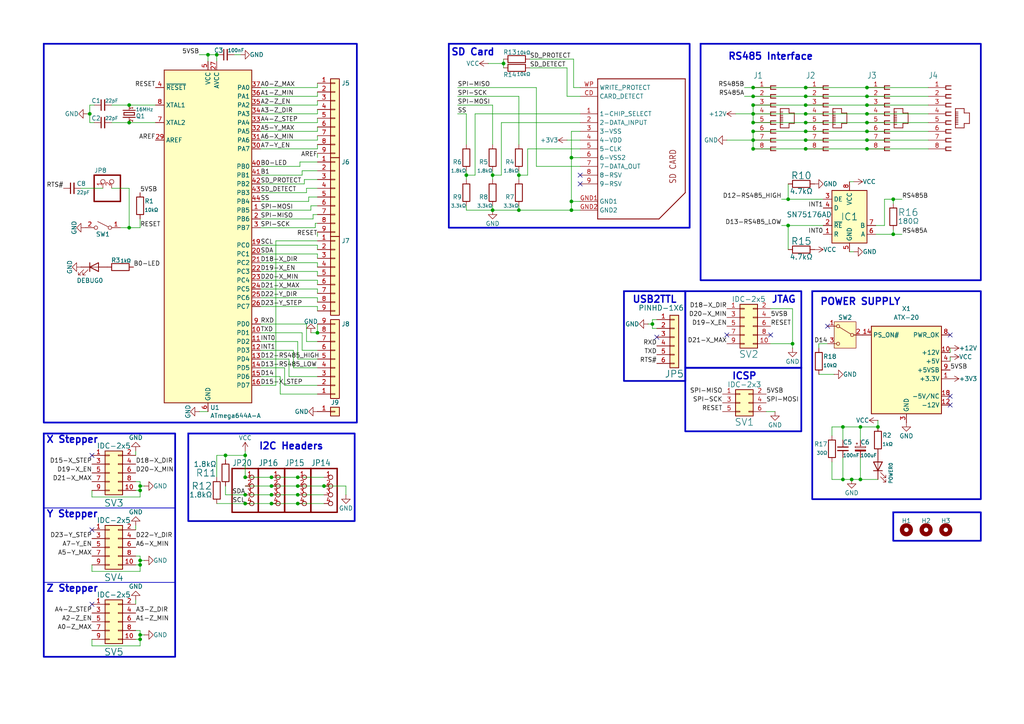
<source format=kicad_sch>
(kicad_sch (version 20231120) (generator "eeschema") (generator_version "8.0")
  (paper "A4")
  (title_block (title "RepRap Motherboard") (date "2024-09-14") (rev "1.2") (company "Originally Drawn 2009 by Zach Hoeken") (comment 1 "Updated to KiCad 8.0 by Pera, 2024") (comment 2 "https://reprap.org/wiki/Motherboard_1.2"))
  (junction (at 86.36 146.05))
  (junction (at 37.465 35.56))
  (junction (at 40.64 163.83))
  (junction (at 228.6 57.785))
  (junction (at 259.08 67.945))
  (junction (at 244.475 123.825))
  (junction (at 229.87 99.695))
  (junction (at 259.08 57.785))
  (junction (at 60.325 15.875))
  (junction (at 251.46 40.64))
  (junction (at 135.255 50.8))
  (junction (at 142.875 50.8))
  (junction (at 218.44 35.56))
  (junction (at 251.46 35.56))
  (junction (at 71.12 146.05))
  (junction (at 62.865 15.875))
  (junction (at 40.64 184.15))
  (junction (at 249.555 139.065))
  (junction (at 40.64 142.24))
  (junction (at 218.44 33.02))
  (junction (at 150.495 50.8))
  (junction (at 251.46 38.1))
  (junction (at 71.12 143.51))
  (junction (at 247.015 139.065))
  (junction (at 251.46 43.18))
  (junction (at 165.735 58.42))
  (junction (at 40.64 162.56))
  (junction (at 218.44 40.64))
  (junction (at 40.64 185.42))
  (junction (at 233.68 27.94))
  (junction (at 218.44 43.18))
  (junction (at 233.68 38.1))
  (junction (at 71.12 132.08))
  (junction (at 251.46 25.4))
  (junction (at 228.6 65.405))
  (junction (at 93.98 140.97))
  (junction (at 251.46 30.48))
  (junction (at 150.495 60.96))
  (junction (at 218.44 30.48))
  (junction (at 244.475 139.065))
  (junction (at 233.68 43.18))
  (junction (at 65.405 132.08))
  (junction (at 37.465 30.48))
  (junction (at 92.075 96.52))
  (junction (at 218.44 38.1))
  (junction (at 86.36 138.43))
  (junction (at 218.44 25.4))
  (junction (at 251.46 27.94))
  (junction (at 78.74 143.51))
  (junction (at 249.555 123.825))
  (junction (at 86.36 140.97))
  (junction (at 78.74 138.43))
  (junction (at 146.05 18.415))
  (junction (at 233.68 35.56))
  (junction (at 78.74 140.97))
  (junction (at 233.68 40.64))
  (junction (at 233.68 25.4))
  (junction (at 233.68 33.02))
  (junction (at 251.46 33.02))
  (junction (at 142.875 60.96))
  (junction (at 189.23 93.98))
  (junction (at 165.735 60.96))
  (junction (at 218.44 27.94))
  (junction (at 86.36 143.51))
  (junction (at 78.74 146.05))
  (junction (at 40.64 140.97))
  (junction (at 165.735 45.72))
  (junction (at 71.12 138.43))
  (junction (at 26.035 33.02))
  (junction (at 37.465 66.04))
  (junction (at 254.635 123.825))
  (junction (at 233.68 30.48))
  (no_connect (at 240.03 94.615))
  (no_connect (at 168.275 53.34))
  (no_connect (at 210.82 97.155))
  (no_connect (at 223.52 97.155))
  (no_connect (at 26.67 175.26))
  (no_connect (at 275.59 114.935))
  (no_connect (at 275.59 117.475))
  (no_connect (at 26.67 153.67))
  (no_connect (at 168.275 50.8))
  (no_connect (at 275.59 97.155))
  (no_connect (at 190.5 97.79))
  (no_connect (at 26.67 132.08))
  (wire (pts (xy 92.075 39.37) (xy 92.075 40.64)))
  (wire (pts (xy 142.875 60.96) (xy 150.495 60.96)))
  (wire (pts (xy 251.46 43.18) (xy 233.68 43.18)))
  (wire (pts (xy 82.55 106.68) (xy 82.55 111.76)))
  (wire (pts (xy 92.075 82.55) (xy 92.075 81.28)))
  (wire (pts (xy 91.44 66.04) (xy 75.565 66.04)))
  (wire (pts (xy 92.075 34.29) (xy 92.075 35.56)))
  (wire (pts (xy 40.64 162.56) (xy 40.64 161.29)))
  (wire (pts (xy 40.64 163.83) (xy 40.64 162.56)))
  (wire (pts (xy 75.565 101.6) (xy 85.09 101.6)))
  (wire (pts (xy 145.415 50.8) (xy 142.875 50.8)))
  (wire (pts (xy 26.035 33.02) (xy 25.4 33.02)))
  (wire (pts (xy 92.075 85.09) (xy 92.075 83.82)))
  (wire (pts (xy 93.98 140.97) (xy 100.33 140.97)))
  (wire (pts (xy 218.44 33.02) (xy 213.36 33.02)))
  (wire (pts (xy 78.74 146.05) (xy 71.12 146.05)))
  (wire (pts (xy 142.875 49.53) (xy 142.875 50.8)))
  (wire (pts (xy 86.36 140.97) (xy 93.98 140.97)))
  (wire (pts (xy 168.275 43.18) (xy 153.035 43.18)))
  (wire (pts (xy 90.17 59.69) (xy 92.075 59.69)))
  (wire (pts (xy 150.495 59.69) (xy 150.495 60.96)))
  (wire (pts (xy 78.74 138.43) (xy 71.12 138.43)))
  (wire (pts (xy 40.64 142.24) (xy 40.64 140.97)))
  (wire (pts (xy 269.24 38.1) (xy 251.46 38.1)))
  (wire (pts (xy 254.635 121.92) (xy 254.635 123.825)))
  (wire (pts (xy 65.405 140.97) (xy 65.405 143.51)))
  (wire (pts (xy 228.6 65.405) (xy 238.76 65.405)))
  (wire (pts (xy 241.3 123.825) (xy 244.475 123.825)))
  (wire (pts (xy 92.075 74.93) (xy 92.075 73.66)))
  (wire (pts (xy 92.075 43.18) (xy 75.565 43.18)))
  (wire (pts (xy 78.74 140.97) (xy 86.36 140.97)))
  (wire (pts (xy 187.96 93.98) (xy 189.23 93.98)))
  (wire (pts (xy 141.605 18.415) (xy 146.05 18.415)))
  (wire (pts (xy 27.305 35.56) (xy 26.035 35.56)))
  (wire (pts (xy 88.265 52.07) (xy 92.075 52.07)))
  (wire (pts (xy 34.925 66.04) (xy 37.465 66.04)))
  (wire (pts (xy 100.33 140.97) (xy 100.33 143.51)))
  (wire (pts (xy 90.805 62.23) (xy 92.075 62.23)))
  (wire (pts (xy 259.08 57.785) (xy 261.62 57.785)))
  (wire (pts (xy 229.87 99.695) (xy 229.87 89.535)))
  (wire (pts (xy 92.075 104.14) (xy 86.36 104.14)))
  (wire (pts (xy 37.465 30.48) (xy 45.085 30.48)))
  (wire (pts (xy 251.46 38.1) (xy 233.68 38.1)))
  (wire (pts (xy 88.265 52.07) (xy 88.265 53.34)))
  (wire (pts (xy 165.735 38.1) (xy 165.735 45.72)))
  (wire (pts (xy 233.68 30.48) (xy 251.46 30.48)))
  (wire (pts (xy 168.275 40.64) (xy 164.465 40.64)))
  (wire (pts (xy 92.075 99.06) (xy 88.9 99.06)))
  (wire (pts (xy 233.68 27.94) (xy 218.44 27.94)))
  (wire (pts (xy 166.37 17.145) (xy 166.37 25.4)))
  (wire (pts (xy 75.565 96.52) (xy 87.63 96.52)))
  (wire (pts (xy 137.795 33.02) (xy 137.795 50.8)))
  (wire (pts (xy 60.325 15.875) (xy 62.865 15.875)))
  (wire (pts (xy 86.995 46.99) (xy 92.075 46.99)))
  (wire (pts (xy 92.075 77.47) (xy 92.075 76.2)))
  (wire (pts (xy 86.995 46.99) (xy 86.995 48.26)))
  (wire (pts (xy 224.79 119.38) (xy 222.25 119.38)))
  (wire (pts (xy 90.805 63.5) (xy 75.565 63.5)))
  (wire (pts (xy 190.5 92.71) (xy 189.23 92.71)))
  (wire (pts (xy 90.805 62.23) (xy 90.805 63.5)))
  (wire (pts (xy 92.075 90.17) (xy 92.075 88.9)))
  (wire (pts (xy 146.05 17.145) (xy 146.05 18.415)))
  (wire (pts (xy 92.075 86.36) (xy 75.565 86.36)))
  (wire (pts (xy 92.075 26.67) (xy 92.075 27.94)))
  (wire (pts (xy 26.035 35.56) (xy 26.035 33.02)))
  (wire (pts (xy 142.875 30.48) (xy 142.875 41.91)))
  (wire (pts (xy 92.075 24.13) (xy 92.075 25.4)))
  (wire (pts (xy 40.64 187.325) (xy 40.64 185.42)))
  (wire (pts (xy 26.035 30.48) (xy 26.035 33.02)))
  (wire (pts (xy 218.44 30.48) (xy 233.68 30.48)))
  (wire (pts (xy 89.535 58.42) (xy 75.565 58.42)))
  (wire (pts (xy 26.67 185.42) (xy 26.67 187.325)))
  (wire (pts (xy 218.44 35.56) (xy 233.68 35.56)))
  (wire (pts (xy 92.075 36.83) (xy 92.075 38.1)))
  (wire (pts (xy 39.37 185.42) (xy 40.64 185.42)))
  (wire (pts (xy 40.64 184.15) (xy 41.91 184.15)))
  (wire (pts (xy 247.65 73.025) (xy 246.38 73.025)))
  (wire (pts (xy 218.44 38.1) (xy 218.44 40.64)))
  (wire (pts (xy 65.405 132.08) (xy 62.865 132.08)))
  (wire (pts (xy 223.52 99.695) (xy 229.87 99.695)))
  (wire (pts (xy 142.875 59.69) (xy 142.875 60.96)))
  (wire (pts (xy 259.08 57.785) (xy 259.08 59.055)))
  (wire (pts (xy 275.59 100.965) (xy 275.59 102.235)))
  (wire (pts (xy 88.9 99.06) (xy 88.9 93.98)))
  (wire (pts (xy 92.075 27.94) (xy 75.565 27.94)))
  (wire (pts (xy 23.495 54.61) (xy 29.845 54.61)))
  (wire (pts (xy 26.67 163.83) (xy 26.67 165.735)))
  (wire (pts (xy 275.59 103.505) (xy 275.59 104.775)))
  (wire (pts (xy 218.44 25.4) (xy 215.9 25.4)))
  (wire (pts (xy 256.54 57.785) (xy 259.08 57.785)))
  (wire (pts (xy 37.465 66.04) (xy 40.64 66.04)))
  (wire (pts (xy 165.735 58.42) (xy 165.735 60.96)))
  (wire (pts (xy 150.495 60.96) (xy 165.735 60.96)))
  (wire (pts (xy 249.555 123.825) (xy 254.635 123.825)))
  (wire (pts (xy 218.44 25.4) (xy 233.68 25.4)))
  (wire (pts (xy 269.24 43.18) (xy 251.46 43.18)))
  (wire (pts (xy 210.82 40.64) (xy 218.44 40.64)))
  (wire (pts (xy 226.695 57.785) (xy 228.6 57.785)))
  (wire (pts (xy 37.465 35.56) (xy 45.085 35.56)))
  (wire (pts (xy 142.875 50.8) (xy 142.875 52.07)))
  (wire (pts (xy 81.28 109.22) (xy 81.28 114.3)))
  (wire (pts (xy 233.68 40.64) (xy 251.46 40.64)))
  (wire (pts (xy 57.785 119.38) (xy 60.325 119.38)))
  (wire (pts (xy 135.255 50.8) (xy 135.255 52.07)))
  (wire (pts (xy 65.405 132.08) (xy 71.12 132.08)))
  (wire (pts (xy 26.67 187.325) (xy 40.64 187.325)))
  (wire (pts (xy 249.555 139.065) (xy 254.635 139.065)))
  (wire (pts (xy 153.035 43.18) (xy 153.035 50.8)))
  (wire (pts (xy 85.09 106.68) (xy 85.09 101.6)))
  (wire (pts (xy 92.075 93.98) (xy 92.075 96.52)))
  (wire (pts (xy 155.575 25.4) (xy 132.715 25.4)))
  (wire (pts (xy 32.385 54.61) (xy 37.465 54.61)))
  (wire (pts (xy 75.565 93.98) (xy 88.9 93.98)))
  (wire (pts (xy 150.495 27.94) (xy 132.715 27.94)))
  (wire (pts (xy 92.075 69.85) (xy 80.01 69.85)))
  (wire (pts (xy 168.275 33.02) (xy 137.795 33.02)))
  (wire (pts (xy 92.075 33.02) (xy 75.565 33.02)))
  (wire (pts (xy 92.075 45.72) (xy 92.075 44.45)))
  (wire (pts (xy 92.075 83.82) (xy 75.565 83.82)))
  (wire (pts (xy 27.305 30.48) (xy 26.035 30.48)))
  (wire (pts (xy 168.275 27.94) (xy 164.465 27.94)))
  (wire (pts (xy 39.37 173.99) (xy 39.37 175.26)))
  (wire (pts (xy 40.64 63.5) (xy 40.64 66.04)))
  (wire (pts (xy 32.385 30.48) (xy 37.465 30.48)))
  (wire (pts (xy 92.075 72.39) (xy 92.075 71.12)))
  (wire (pts (xy 86.36 143.51) (xy 78.74 143.51)))
  (wire (pts (xy 78.74 140.97) (xy 71.12 140.97)))
  (wire (pts (xy 81.28 114.3) (xy 92.075 114.3)))
  (wire (pts (xy 241.3 123.825) (xy 241.3 126.365)))
  (wire (pts (xy 233.68 43.18) (xy 218.44 43.18)))
  (wire (pts (xy 32.385 35.56) (xy 37.465 35.56)))
  (wire (pts (xy 92.075 101.6) (xy 87.63 101.6)))
  (wire (pts (xy 249.555 123.825) (xy 249.555 127.635)))
  (wire (pts (xy 228.6 57.785) (xy 238.76 57.785)))
  (wire (pts (xy 92.075 71.12) (xy 75.565 71.12)))
  (wire (pts (xy 40.64 184.15) (xy 40.64 185.42)))
  (wire (pts (xy 40.64 165.735) (xy 40.64 163.83)))
  (wire (pts (xy 91.44 64.77) (xy 92.075 64.77)))
  (wire (pts (xy 218.44 33.02) (xy 218.44 35.56)))
  (wire (pts (xy 75.565 99.06) (xy 86.36 99.06)))
  (wire (pts (xy 86.995 48.26) (xy 75.565 48.26)))
  (wire (pts (xy 247.015 139.065) (xy 249.555 139.065)))
  (wire (pts (xy 80.01 69.85) (xy 80.01 111.76)))
  (wire (pts (xy 78.74 143.51) (xy 71.12 143.51)))
  (wire (pts (xy 189.23 93.98) (xy 189.23 92.71)))
  (wire (pts (xy 251.46 27.94) (xy 233.68 27.94)))
  (wire (pts (xy 269.24 27.94) (xy 251.46 27.94)))
  (wire (pts (xy 82.55 111.76) (xy 92.075 111.76)))
  (wire (pts (xy 87.63 49.53) (xy 87.63 50.8)))
  (wire (pts (xy 168.275 38.1) (xy 165.735 38.1)))
  (wire (pts (xy 92.075 41.91) (xy 92.075 43.18)))
  (wire (pts (xy 153.035 50.8) (xy 150.495 50.8)))
  (wire (pts (xy 40.64 182.88) (xy 40.64 184.15)))
  (wire (pts (xy 135.255 49.53) (xy 135.255 50.8)))
  (wire (pts (xy 88.9 55.88) (xy 75.565 55.88)))
  (wire (pts (xy 218.44 40.64) (xy 233.68 40.64)))
  (wire (pts (xy 228.6 53.34) (xy 228.6 57.785)))
  (wire (pts (xy 40.64 140.97) (xy 41.91 140.97)))
  (wire (pts (xy 87.63 50.8) (xy 75.565 50.8)))
  (wire (pts (xy 146.05 18.415) (xy 146.05 19.685)))
  (wire (pts (xy 233.68 38.1) (xy 218.44 38.1)))
  (wire (pts (xy 90.17 60.96) (xy 75.565 60.96)))
  (wire (pts (xy 92.075 87.63) (xy 92.075 86.36)))
  (wire (pts (xy 75.565 109.22) (xy 81.28 109.22)))
  (wire (pts (xy 168.275 58.42) (xy 165.735 58.42)))
  (wire (pts (xy 137.795 50.8) (xy 135.255 50.8)))
  (wire (pts (xy 92.075 68.58) (xy 92.075 67.31)))
  (wire (pts (xy 155.575 25.4) (xy 155.575 48.26)))
  (wire (pts (xy 135.255 33.02) (xy 132.715 33.02)))
  (wire (pts (xy 251.46 35.56) (xy 269.24 35.56)))
  (wire (pts (xy 92.075 80.01) (xy 92.075 78.74)))
  (wire (pts (xy 87.63 49.53) (xy 92.075 49.53)))
  (wire (pts (xy 218.44 40.64) (xy 218.44 43.18)))
  (wire (pts (xy 40.64 144.145) (xy 40.64 142.24)))
  (wire (pts (xy 89.535 57.15) (xy 92.075 57.15)))
  (wire (pts (xy 40.64 140.97) (xy 40.64 139.7)))
  (wire (pts (xy 26.67 144.145) (xy 40.64 144.145)))
  (wire (pts (xy 88.9 54.61) (xy 92.075 54.61)))
  (wire (pts (xy 92.075 88.9) (xy 75.565 88.9)))
  (wire (pts (xy 229.87 99.695) (xy 229.87 100.965)))
  (wire (pts (xy 67.945 15.875) (xy 69.85 15.875)))
  (wire (pts (xy 92.075 38.1) (xy 75.565 38.1)))
  (wire (pts (xy 251.46 25.4) (xy 269.24 25.4)))
  (wire (pts (xy 75.565 106.68) (xy 82.55 106.68)))
  (wire (pts (xy 150.495 27.94) (xy 150.495 41.91)))
  (wire (pts (xy 40.64 182.88) (xy 39.37 182.88)))
  (wire (pts (xy 259.08 66.675) (xy 259.08 67.945)))
  (wire (pts (xy 135.255 59.69) (xy 135.255 60.96)))
  (wire (pts (xy 86.36 104.14) (xy 86.36 99.06)))
  (wire (pts (xy 256.54 65.405) (xy 254 65.405)))
  (wire (pts (xy 164.465 19.685) (xy 164.465 27.94)))
  (wire (pts (xy 86.36 146.05) (xy 78.74 146.05)))
  (wire (pts (xy 71.12 132.08) (xy 71.12 138.43)))
  (wire (pts (xy 62.865 146.05) (xy 71.12 146.05)))
  (wire (pts (xy 92.075 40.64) (xy 75.565 40.64)))
  (wire (pts (xy 237.49 99.695) (xy 237.49 100.965)))
  (wire (pts (xy 92.075 106.68) (xy 85.09 106.68)))
  (wire (pts (xy 60.325 17.78) (xy 60.325 15.875)))
  (wire (pts (xy 40.64 161.29) (xy 39.37 161.29)))
  (wire (pts (xy 92.075 81.28) (xy 75.565 81.28)))
  (wire (pts (xy 93.98 146.05) (xy 86.36 146.05)))
  (wire (pts (xy 57.785 15.875) (xy 60.325 15.875)))
  (wire (pts (xy 241.3 139.065) (xy 244.475 139.065)))
  (wire (pts (xy 71.12 132.08) (xy 71.12 130.81)))
  (wire (pts (xy 241.3 133.985) (xy 241.3 139.065)))
  (wire (pts (xy 229.87 89.535) (xy 223.52 89.535)))
  (wire (pts (xy 65.405 132.08) (xy 65.405 133.35)))
  (wire (pts (xy 93.98 138.43) (xy 86.36 138.43)))
  (wire (pts (xy 135.255 33.02) (xy 135.255 41.91)))
  (wire (pts (xy 254 67.945) (xy 259.08 67.945)))
  (wire (pts (xy 75.565 111.76) (xy 80.01 111.76)))
  (wire (pts (xy 86.36 138.43) (xy 78.74 138.43)))
  (wire (pts (xy 92.075 109.22) (xy 83.82 109.22)))
  (wire (pts (xy 26.67 142.24) (xy 26.67 144.145)))
  (wire (pts (xy 90.17 59.69) (xy 90.17 60.96)))
  (wire (pts (xy 168.275 25.4) (xy 166.37 25.4)))
  (wire (pts (xy 251.46 40.64) (xy 269.24 40.64)))
  (wire (pts (xy 92.075 31.75) (xy 92.075 33.02)))
  (wire (pts (xy 145.415 35.56) (xy 145.415 50.8)))
  (wire (pts (xy 190.5 95.25) (xy 189.23 95.25)))
  (wire (pts (xy 249.555 132.715) (xy 249.555 139.065)))
  (wire (pts (xy 88.9 54.61) (xy 88.9 55.88)))
  (wire (pts (xy 259.08 67.945) (xy 261.62 67.945)))
  (wire (pts (xy 233.68 25.4) (xy 251.46 25.4)))
  (wire (pts (xy 62.865 138.43) (xy 62.865 132.08)))
  (wire (pts (xy 244.475 132.715) (xy 244.475 139.065)))
  (wire (pts (xy 92.075 29.21) (xy 92.075 30.48)))
  (wire (pts (xy 26.67 165.735) (xy 40.64 165.735)))
  (wire (pts (xy 89.535 57.15) (xy 89.535 58.42)))
  (wire (pts (xy 87.63 101.6) (xy 87.63 96.52)))
  (wire (pts (xy 135.255 60.96) (xy 142.875 60.96)))
  (wire (pts (xy 226.695 65.405) (xy 228.6 65.405)))
  (wire (pts (xy 153.67 17.145) (xy 166.37 17.145)))
  (wire (pts (xy 153.67 19.685) (xy 164.465 19.685)))
  (wire (pts (xy 39.37 163.83) (xy 40.64 163.83)))
  (wire (pts (xy 247.015 139.065) (xy 244.475 139.065)))
  (wire (pts (xy 92.075 30.48) (xy 75.565 30.48)))
  (wire (pts (xy 168.275 48.26) (xy 155.575 48.26)))
  (wire (pts (xy 39.37 130.81) (xy 39.37 132.08)))
  (wire (pts (xy 251.46 30.48) (xy 269.24 30.48)))
  (wire (pts (xy 142.875 30.48) (xy 132.715 30.48)))
  (wire (pts (xy 39.37 142.24) (xy 40.64 142.24)))
  (wire (pts (xy 40.64 162.56) (xy 41.91 162.56)))
  (wire (pts (xy 233.68 35.56) (xy 251.46 35.56)))
  (wire (pts (xy 189.23 95.25) (xy 189.23 93.98)))
  (wire (pts (xy 165.735 45.72) (xy 165.735 58.42)))
  (wire (pts (xy 88.265 53.34) (xy 75.565 53.34)))
  (wire (pts (xy 62.865 15.875) (xy 62.865 17.78)))
  (wire (pts (xy 92.075 25.4) (xy 75.565 25.4)))
  (wire (pts (xy 75.565 104.14) (xy 83.82 104.14)))
  (wire (pts (xy 150.495 49.53) (xy 150.495 50.8)))
  (wire (pts (xy 168.275 35.56) (xy 145.415 35.56)))
  (wire (pts (xy 83.82 109.22) (xy 83.82 104.14)))
  (wire (pts (xy 168.275 60.96) (xy 165.735 60.96)))
  (wire (pts (xy 92.075 78.74) (xy 75.565 78.74)))
  (wire (pts (xy 244.475 123.825) (xy 249.555 123.825)))
  (wire (pts (xy 218.44 30.48) (xy 218.44 33.02)))
  (wire (pts (xy 92.075 35.56) (xy 75.565 35.56)))
  (wire (pts (xy 91.44 64.77) (xy 91.44 66.04)))
  (wire (pts (xy 165.735 45.72) (xy 168.275 45.72)))
  (wire (pts (xy 237.49 108.585) (xy 241.935 108.585)))
  (wire (pts (xy 92.075 76.2) (xy 75.565 76.2)))
  (wire (pts (xy 90.17 96.52) (xy 92.075 96.52)))
  (wire (pts (xy 150.495 50.8) (xy 150.495 52.07)))
  (wire (pts (xy 233.68 33.02) (xy 218.44 33.02)))
  (wire (pts (xy 218.44 27.94) (xy 215.9 27.94)))
  (wire (pts (xy 244.475 123.825) (xy 244.475 127.635)))
  (wire (pts (xy 65.405 143.51) (xy 71.12 143.51)))
  (wire (pts (xy 228.6 65.405) (xy 228.6 72.39)))
  (wire (pts (xy 39.37 152.4) (xy 39.37 153.67)))
  (wire (pts (xy 256.54 57.785) (xy 256.54 65.405)))
  (wire (pts (xy 240.03 99.695) (xy 237.49 99.695)))
  (wire (pts (xy 269.24 33.02) (xy 251.46 33.02)))
  (wire (pts (xy 247.65 52.705) (xy 246.38 52.705)))
  (wire (pts (xy 251.46 33.02) (xy 233.68 33.02)))
  (wire (pts (xy 40.64 139.7) (xy 39.37 139.7)))
  (wire (pts (xy 93.98 143.51) (xy 86.36 143.51)))
  (wire (pts (xy 92.075 73.66) (xy 75.565 73.66)))
  (wire (pts (xy 37.465 54.61) (xy 37.465 66.04)))
  (rectangle (start 198.755 106.68) (end 232.41 125.095) (stroke (width 0.5)))
  (rectangle (start 235.585 84.455) (end 284.48 144.78) (stroke (width 0.5)))
  (rectangle (start 12.7 125.73) (end 50.8 147.32))
  (rectangle (start 12.7 12.7) (end 103.505 122.555) (stroke (width 0.5)))
  (rectangle (start 203.2 12.7) (end 284.48 81.28) (stroke (width 0.5)))
  (rectangle (start 180.975 84.455) (end 198.755 110.49) (stroke (width 0.5)))
  (rectangle (start 54.61 125.73) (end 102.87 151.13) (stroke (width 0.5)))
  (rectangle (start 12.7 147.32) (end 50.8 168.91))
  (rectangle (start 198.755 84.455) (end 232.41 106.68) (stroke (width 0.5)))
  (rectangle (start 259.08 148.59) (end 284.48 156.845) (stroke (width 0.5)))
  (rectangle (start 130.175 12.7) (end 200.025 66.04) (stroke (width 0.5)))
  (rectangle (start 12.7 168.91) (end 50.8 190.5))
  (rectangle (start 12.7 125.73) (end 50.8 190.5) (stroke (width 0.5)))
  (text "Z Stepper" (at 20.955 170.815 0) (effects (font (size 2 2) (thickness 0.4) (bold yes))))
  (text "USB2TTL" (at 189.865 86.995 0) (effects (font (size 2 2) (thickness 0.4) (bold yes))))
  (text "SD Card" (at 137.16 15.24 0) (effects (font (size 2 2) (thickness 0.4) (bold yes))))
  (text "JTAG" (at 227.33 86.995 0) (effects (font (size 2 2) (thickness 0.4) (bold yes))))
  (text "RS485 Interface" (at 223.52 16.51 0) (effects (font (size 2 2) (thickness 0.4) (bold yes))))
  (text "Y Stepper" (at 20.955 149.225 0) (effects (font (size 2 2) (thickness 0.4) (bold yes))))
  (text "ICSP" (at 215.9 109.22 0) (effects (font (size 2 2) (thickness 0.4) (bold yes))))
  (text "X Stepper" (at 20.955 127.635 0) (effects (font (size 2 2) (thickness 0.4) (bold yes))))
  (text "POWER SUPPLY" (at 249.555 87.63 0) (effects (font (size 2 2) (thickness 0.4) (bold yes))))
  (text "I2C Headers" (at 84.455 129.54 0) (effects (font (size 2 2) (thickness 0.4) (bold yes))))
  (label "D20-X_MIN" (at 39.37 137.16 0))
  (label "SPI-MOSI" (at 132.715 30.48 0))
  (label "SD_DETECT" (at 153.67 19.685 0))
  (label "RS485B" (at 215.9 25.4 180))
  (label "D20-X_MIN" (at 75.565 81.28 0))
  (label "D15-X_STEP" (at 75.565 111.76 0))
  (label "D22-Y_DIR" (at 75.565 86.36 0))
  (label "A2-Z_EN" (at 26.67 180.34 180))
  (label "D14" (at 240.03 99.695 180))
  (label "A4-Z_STEP" (at 26.67 177.8 180))
  (label "A6-X_MIN" (at 39.37 158.75 0))
  (label "A0-Z_MAX" (at 26.67 182.88 180))
  (label "SCL" (at 71.12 146.05 180))
  (label "SS" (at 75.565 58.42 0))
  (label "5VSB" (at 40.64 55.88 0))
  (label "SPI-MISO" (at 209.55 114.3 180))
  (label "B0-LED" (at 38.735 77.47 0))
  (label "D12-RS485_HIGH" (at 75.565 104.14 0))
  (label "INT0" (at 238.76 67.945 180))
  (label "D15-X_STEP" (at 26.67 134.62 180))
  (label "SS" (at 132.715 33.02 0))
  (label "SPI-MOSI" (at 222.25 116.84 0))
  (label "D13-RS485_LOW" (at 75.565 106.68 0))
  (label "5VSB" (at 275.59 107.315 0))
  (label "RS485A" (at 215.9 27.94 180))
  (label "D13-RS485_LOW" (at 226.695 65.405 180))
  (label "A5-Y_MAX" (at 26.67 161.29 180))
  (label "SPI-SCK" (at 209.55 116.84 180))
  (label "SDA" (at 71.12 143.51 180))
  (label "RTS#" (at 18.415 54.61 180))
  (label "D21-X_MAX" (at 26.67 139.7 180))
  (label "SPI-MISO" (at 132.715 25.4 0))
  (label "A0-Z_MAX" (at 75.565 25.4 0))
  (label "A1-Z_MIN" (at 75.565 27.94 0))
  (label "A7-Y_EN" (at 26.67 158.75 180))
  (label "RS485B" (at 261.62 57.785 0))
  (label "D21-X_MAX" (at 75.565 83.82 0))
  (label "D12-RS485_HIGH" (at 226.695 57.785 180))
  (label "D19-X_EN" (at 75.565 78.74 0))
  (label "RESET" (at 45.085 25.4 180))
  (label "5VSB" (at 57.785 15.875 180))
  (label "TXD" (at 75.565 96.52 0))
  (label "B1" (at 75.565 50.8 0))
  (label "A6-X_MIN" (at 75.565 40.64 0))
  (label "SD_DETECT" (at 75.565 55.88 0))
  (label "A5-Y_MAX" (at 75.565 38.1 0))
  (label "INT1" (at 238.76 60.325 180))
  (label "D19-X_EN" (at 26.67 137.16 180))
  (label "D23-Y_STEP" (at 26.67 156.21 180))
  (label "A3-Z_DIR" (at 75.565 33.02 0))
  (label "A3-Z_DIR" (at 39.37 177.8 0))
  (label "RESET" (at 223.52 94.615 0))
  (label "A2-Z_EN" (at 75.565 30.48 0))
  (label "D18-X_DIR" (at 39.37 134.62 0))
  (label "AREF" (at 45.085 40.64 180))
  (label "RESET" (at 40.64 66.04 0))
  (label "RXD" (at 190.5 100.33 180))
  (label "SPI-SCK" (at 75.565 66.04 0))
  (label "D18-X_DIR" (at 210.82 89.535 180))
  (label "A4-Z_STEP" (at 75.565 35.56 0))
  (label "5VSB" (at 222.25 114.3 0))
  (label "5VSB" (at 223.52 92.075 0))
  (label "SD_PROTECT" (at 75.565 53.34 0))
  (label "D21-X_MAX" (at 210.82 99.695 180))
  (label "SPI-SCK" (at 132.715 27.94 0))
  (label "D19-X_EN" (at 210.82 94.615 180))
  (label "SD_PROTECT" (at 153.67 17.145 0))
  (label "A1-Z_MIN" (at 39.37 180.34 0))
  (label "SPI-MOSI" (at 75.565 60.96 0))
  (label "INT0" (at 75.565 99.06 0))
  (label "INT1" (at 75.565 101.6 0))
  (label "D14" (at 75.565 109.22 0))
  (label "AREF" (at 92.075 45.72 180))
  (label "RESET" (at 209.55 119.38 180))
  (label "SCL" (at 75.565 71.12 0))
  (label "RS485A" (at 261.62 67.945 0))
  (label "D22-Y_DIR" (at 39.37 156.21 0))
  (label "D20-X_MIN" (at 210.82 92.075 180))
  (label "RTS#" (at 190.5 105.41 180))
  (label "SPI-MISO" (at 75.565 63.5 0))
  (label "RXD" (at 75.565 93.98 0))
  (label "B0-LED" (at 75.565 48.26 0))
  (label "A7-Y_EN" (at 75.565 43.18 0))
  (label "TXD" (at 190.5 102.87 180))
  (label "D23-Y_STEP" (at 75.565 88.9 0))
  (label "D18-X_DIR" (at 75.565 76.2 0))
  (label "SDA" (at 75.565 73.66 0))
  (label "RESET" (at 92.075 68.58 180))
  (symbol (lib_id "Device:R") (at 65.405 137.16 0) (unit 1)
    (property "Reference" "R11" (at 62.865 137.16 0) (effects (font (size 2 2)) (justify right)))
    (property "Value" "1.8kΩ" (at 62.865 134.62 0) (effects (font (size 1.5 1.5)) (justify right)))
    (property "Footprint" "Resistor_SMD:R_1206_3216Metric_Pad1.30x1.75mm_HandSolder" (effects (hide yes)))
    (property "Description" "Resistor" (effects (hide yes)))
  )
  (symbol (lib_id "power:GND") (at 247.015 139.065 0) (unit 1)
    (property "Reference" "#PWR02" (effects (hide yes)))
    (property "Value" "GND" (at 247.015 142.24 0) (effects (justify top)))
    (property "Description" "Power symbol creates a global label with name \"GND\" , ground" (effects (hide yes)))
  )
  (symbol (lib_id "Connector_Generic:Conn_02x03_Odd_Even") (at 214.63 116.84 0) (unit 1)
    (property "Reference" "SV1" (at 215.9 121.285 0) (effects (font (size 2 2)) (justify top)))
    (property "Value" "IDC-2x3" (at 215.9 112.395 0) (effects (font (size 1.5 1.5)) (justify bottom)))
    (property "Footprint" "Connector_IDC:IDC-Header_2x03_P2.54mm_Vertical" (effects (hide yes)))
    (property "Description" "Generic connector, double row, 02x03, odd/even pin numbering scheme (row 1 odd numbers, row 2 even numbers), script generated (kicad-library-utils/schlib/autogen/connector/)" (effects (hide yes)))
  )
  (symbol (lib_id "Connector_Generic:Conn_02x05_Odd_Even") (at 215.9 94.615 0) (unit 1)
    (property "Reference" "SV2" (at 217.17 101.6 0) (effects (font (size 2 2)) (justify top)))
    (property "Value" "IDC-2x5" (at 217.17 87.63 0) (effects (font (size 1.5 1.5)) (justify bottom)))
    (property "Footprint" "IDC-Header_2x05_P2.54mm_Vertical" (effects (hide yes)))
    (property "Description" "Generic connector, double row, 02x05, odd/even pin numbering scheme (row 1 odd numbers, row 2 even numbers), script generated (kicad-library-utils/schlib/autogen/connector/)" (effects (hide yes)))
  )
  (symbol (lib_id "power:GND") (at 25.4 33.02 270) (unit 1)
    (property "Reference" "#PWR031" (effects (hide yes)))
    (property "Value" "GND" (at 22.86 33.02 90) (effects (justify right)))
    (property "Description" "Power symbol creates a global label with name \"GND\" , ground" (effects (hide yes)))
  )
  (symbol (lib_id "power:VCC") (at 141.605 18.415 90) (unit 1)
    (property "Reference" "#PWR06" (effects (hide yes)))
    (property "Value" "VCC" (at 139.065 18.415 90) (effects (justify left)))
    (property "Description" "Power symbol creates a global label with name \"VCC\"" (effects (hide yes)))
  )
  (symbol (lib_id "Connector_Generic:Conn_01x06") (at 195.58 97.79 0) (unit 1)
    (property "Reference" "JP5" (at 195.58 107.315 0) (effects (font (size 2 2)) (justify top)))
    (property "Value" "PINHD-1X6" (at 191.77 90.17 0) (effects (font (size 1.5 1.5)) (justify bottom)))
    (property "Footprint" "motherboard:1X06" (effects (hide yes)))
    (property "Description" "Generic connector, single row, 01x06, script generated (kicad-library-utils/schlib/autogen/connector/)" (effects (hide yes)))
  )
  (symbol (lib_id "power:GND") (at 69.85 15.875 90) (unit 1)
    (property "Reference" "#PWR032" (effects (hide yes)))
    (property "Value" "GND" (at 72.39 15.875 90) (effects (justify right)))
    (property "Description" "Power symbol creates a global label with name \"GND\" , ground" (effects (hide yes)))
  )
  (symbol (lib_id "Connector_Generic:Conn_01x09") (at 97.155 34.29 0) (unit 1)
    (property "Reference" "J5" (at 99.06 24.13 0) (effects (justify left)))
    (property "Value" "Conn_01x09" (effects (hide yes)))
    (property "Footprint" "Connector_PinSocket_2.54mm:PinSocket_1x09_P2.54mm_Vertical" (effects (hide yes)))
    (property "Description" "Generic connector, single row, 01x09, script generated (kicad-library-utils/schlib/autogen/connector/)" (effects (hide yes)))
  )
  (symbol (lib_id "Device:R") (at 40.64 59.69 180) (unit 1)
    (property "Reference" "R1" (at 41.91 59.055 0) (effects (justify right top)))
    (property "Value" "10kΩ" (at 41.91 60.325 0) (effects (font (size 1 1)) (justify right bottom)))
    (property "Footprint" "Resistor_SMD:R_1206_3216Metric_Pad1.30x1.75mm_HandSolder" (effects (hide yes)))
    (property "Description" "Resistor" (effects (hide yes)))
  )
  (symbol (lib_id "Connector_Generic:Conn_01x09") (at 97.155 80.01 0) (unit 1)
    (property "Reference" "J7" (at 99.06 69.85 0) (effects (justify left)))
    (property "Value" "Conn_01x09" (effects (hide yes)))
    (property "Footprint" "Connector_PinSocket_2.54mm:PinSocket_1x09_P2.54mm_Vertical" (effects (hide yes)))
    (property "Description" "Generic connector, single row, 01x09, script generated (kicad-library-utils/schlib/autogen/connector/)" (effects (hide yes)))
  )
  (symbol (lib_id "motherboard-eagle-import:SDCARD") (at 175.895 48.26 0) (unit 1)
    (property "Reference" "U$8" (effects (hide yes)))
    (property "Value" "SDCARD" (effects (hide yes)))
    (property "Footprint" "motherboard:3M-SDCARD" (effects (hide yes)))
  )
  (symbol (lib_id "Device:C_Polarized_Small") (at 249.555 130.175 0) (unit 1)
    (property "Reference" "C6" (at 249.555 128.27 0) (effects (justify left)))
    (property "Value" "100uF" (at 249.555 132.08 0) (effects (font (size 1 1)) (justify left)))
    (property "Footprint" "Capacitor_THT:CP_Radial_D8.0mm_P3.50mm" (effects (hide yes)))
    (property "Description" "Polarized capacitor, small symbol" (effects (hide yes)))
    (property "LCSC" "C2749" (effects (hide yes)))
  )
  (symbol (lib_id "power:GND") (at 41.91 140.97 90) (unit 1)
    (property "Reference" "#PWR07" (effects (hide yes)))
    (property "Value" "GND" (at 44.45 140.97 90) (effects (justify right)))
    (property "Description" "Power symbol creates a global label with name \"GND\" , ground" (effects (hide yes)))
  )
  (symbol (lib_id "power:GND") (at 142.875 60.96 0) (unit 1)
    (property "Reference" "#PWR013" (effects (hide yes)))
    (property "Value" "GND" (at 142.875 64.135 0) (effects (justify top)))
    (property "Description" "Power symbol creates a global label with name \"GND\" , ground" (effects (hide yes)))
  )
  (symbol (lib_id "power:GND") (at 187.96 93.98 270) (unit 1)
    (property "Reference" "#PWR025" (effects (hide yes)))
    (property "Value" "GND" (at 185.42 93.98 90) (effects (justify right)))
    (property "Description" "Power symbol creates a global label with name \"GND\" , ground" (effects (hide yes)))
  )
  (symbol (lib_id "power:GND") (at 100.33 143.51 0) (unit 1)
    (property "Reference" "#PWR04" (effects (hide yes)))
    (property "Value" "GND" (at 100.33 146.685 0) (effects (justify top)))
    (property "Description" "Power symbol creates a global label with name \"GND\" , ground" (effects (hide yes)))
  )
  (symbol (lib_id "Device:LED") (at 254.635 135.255 90) (unit 1)
    (property "Reference" "POWER0" (at 257.81 140.335 0) (effects (font (size 1 1)) (justify left top)))
    (property "Value" "LEDCHIPLED_1206" (effects (hide yes)))
    (property "Footprint" "LED_SMD:LED_1206_3216Metric" (effects (hide yes)))
    (property "Description" "Light emitting diode" (effects (hide yes)))
  )
  (symbol (lib_id "Switch:SW_SPDT") (at 245.11 97.155 0) (mirror y) (unit 1)
    (property "Reference" "SW2" (at 245.11 92.075 0))
    (property "Value" "SW_SPDT" (effects (hide yes)))
    (property "Footprint" "EASYEDA Footprints:SW-TH_SHOU-HAN_SS12D10G4" (effects (hide yes)))
    (property "Description" "Switch, single pole double throw" (effects (hide yes)))
  )
  (symbol (lib_id "power:VCC") (at 254.635 121.92 90) (unit 1)
    (property "Reference" "#PWR01" (effects (hide yes)))
    (property "Value" "VCC" (at 252.095 121.92 90) (effects (justify left)))
    (property "Description" "Power symbol creates a global label with name \"VCC\"" (effects (hide yes)))
  )
  (symbol (lib_id "motherboard-eagle-import:PINHD-1X4") (at 81.28 143.51 0) (unit 1)
    (property "Reference" "JP16" (at 74.93 135.255 0) (effects (font (size 1.778 1.5113)) (justify left bottom)))
    (property "Value" "PINHD-1X4" (effects (hide yes)))
    (property "Footprint" "motherboard:1X04" (effects (hide yes)))
  )
  (symbol (lib_id "motherboard-eagle-import:CRYSTALHC49UV") (at 37.465 33.02 90) (mirror x) (unit 1)
    (property "Reference" "Q1" (at 39.37 33.655 90) (effects (justify right)))
    (property "Value" "16MHz" (at 39.37 31.75 90) (effects (font (size 1 1)) (justify right)))
    (property "Footprint" "PCM_Crystal_AKL:Crystal_HC49-U_Vertical" (effects (hide yes)))
  )
  (symbol (lib_id "Connector_Generic:Conn_01x09") (at 97.155 57.15 0) (unit 1)
    (property "Reference" "J6" (at 99.06 46.99 0) (effects (justify left)))
    (property "Value" "Conn_01x09" (effects (hide yes)))
    (property "Footprint" "Connector_PinSocket_2.54mm:PinSocket_1x09_P2.54mm_Vertical" (effects (hide yes)))
    (property "Description" "Generic connector, single row, 01x09, script generated (kicad-library-utils/schlib/autogen/connector/)" (effects (hide yes)))
  )
  (symbol (lib_id "power:GND") (at 236.22 53.34 90) (unit 1)
    (property "Reference" "#PWR015" (effects (hide yes)))
    (property "Value" "GND" (at 238.76 53.34 90) (effects (justify right)))
    (property "Description" "Power symbol creates a global label with name \"GND\" , ground" (effects (hide yes)))
  )
  (symbol (lib_id "Connector_Generic:Conn_01x09") (at 97.155 104.14 0) (mirror x) (unit 1)
    (property "Reference" "J8" (at 99.06 93.98 0) (effects (justify left)))
    (property "Value" "Conn_01x09" (effects (hide yes)))
    (property "Footprint" "Connector_PinSocket_2.54mm:PinSocket_1x09_P2.54mm_Vertical" (effects (hide yes)))
    (property "Description" "Generic connector, single row, 01x09, script generated (kicad-library-utils/schlib/autogen/connector/)" (effects (hide yes)))
  )
  (symbol (lib_id "Device:R") (at 150.495 55.88 0) (mirror x) (unit 1)
    (property "Reference" "R7" (at 149.225 57.15 0) (effects (justify right)))
    (property "Value" "3.3kΩ" (at 150.495 59.69 0) (effects (font (size 1 1)) (justify right)))
    (property "Footprint" "Resistor_SMD:R_1206_3216Metric_Pad1.30x1.75mm_HandSolder" (effects (hide yes)))
    (property "Description" "Resistor" (effects (hide yes)))
  )
  (symbol (lib_id "Connector:ATX-20") (at 262.89 107.315 0) (unit 1)
    (property "Reference" "X1" (at 262.89 89.535 0))
    (property "Value" "ATX-20" (at 262.89 92.075 0))
    (property "Footprint" "Connector_Molex:Molex_Mini-Fit_Jr_5566-20A2_2x10_P4.20mm_Vertical" (effects (hide yes)))
    (property "Datasheet" "https://web.aub.edu.lb/pub/docs/atx_201.pdf#page=20" (effects (hide yes)))
    (property "Description" "ATX Power supply 20pins" (effects (hide yes)))
  )
  (symbol (lib_id "Interface_UART:SN75176AD") (at 246.38 62.865 0) (unit 1)
    (property "Reference" "IC1" (at 246.38 62.865 0) (effects (font (size 2 2))))
    (property "Value" "SN75176AD" (at 241.3 62.23 0) (effects (font (size 1.5 1.5)) (justify right)))
    (property "Footprint" "Package_SO:SOIC-8_3.9x4.9mm_P1.27mm" (effects (hide yes)))
    (property "Datasheet" "http://www.ti.com/lit/ds/symlink/sn75176a.pdf" (effects (hide yes)))
    (property "Description" "Differential RS-422/RS-485 bus transceiver, SOIC-8" (effects (hide yes)))
  )
  (symbol (lib_id "power:GND") (at 24.765 66.04 270) (unit 1)
    (property "Reference" "#PWR03" (effects (hide yes)))
    (property "Value" "GND" (at 22.225 66.04 0) (effects (justify top)))
    (property "Description" "Power symbol creates a global label with name \"GND\" , ground" (effects (hide yes)))
  )
  (symbol (lib_id "Mechanical:MountingHole") (at 268.605 153.67 0) (unit 1) (exclude_from_sim yes) (in_bom no)
    (property "Reference" "H2" (at 268.605 151.765 0) (effects (justify bottom)))
    (property "Value" "M3 Mounting Hole" (effects (hide yes)))
    (property "Footprint" "CustomFootprints:M3 Mounting Hole ~ Classic" (effects (hide yes)))
    (property "Description" "Mounting Hole without connection" (effects (hide yes)))
  )
  (symbol (lib_id "Device:R") (at 232.41 72.39 90) (unit 1)
    (property "Reference" "R15" (at 232.41 71.12 90) (effects (font (size 2 2)) (justify top)))
    (property "Value" "4.7kΩ" (at 232.41 73.66 90) (effects (font (size 1.5 1.5)) (justify bottom)))
    (property "Footprint" "Resistor_SMD:R_1206_3216Metric_Pad1.30x1.75mm_HandSolder" (effects (hide yes)))
    (property "Description" "Resistor" (effects (hide yes)))
  )
  (symbol (lib_id "power:GND") (at 39.37 173.99 180) (unit 1)
    (property "Reference" "#PWR011" (effects (hide yes)))
    (property "Value" "GND" (at 39.37 170.815 0) (effects (justify top)))
    (property "Description" "Power symbol creates a global label with name \"GND\" , ground" (effects (hide yes)))
  )
  (symbol (lib_id "motherboard-eagle-import:PINHD-1X2") (at 32.385 52.07 90) (unit 1)
    (property "Reference" "JP8" (at 27.305 50.165 90) (effects (justify right top)))
    (property "Value" "PINHD-1X2" (effects (hide yes)))
    (property "Footprint" "motherboard:1X02" (effects (hide yes)))
  )
  (symbol (lib_id "Switch:SW_SPST") (at 29.845 66.04 0) (mirror y) (unit 1)
    (property "Reference" "SW1" (at 29.845 67.945 0))
    (property "Value" "SW_SPST" (effects (hide yes)))
    (property "Footprint" "Button_Switch_THT:SW_PUSH_6mm_H5mm" (effects (hide yes)))
    (property "Description" "Single Pole Single Throw (SPST) switch" (effects (hide yes)))
    (property "LCSC" "C5340135" (effects (hide yes)))
  )
  (symbol (lib_id "Device:R") (at 142.875 55.88 0) (mirror x) (unit 1)
    (property "Reference" "R8" (at 141.605 57.15 0) (effects (justify right)))
    (property "Value" "3.3kΩ" (at 142.875 59.69 0) (effects (font (size 1 1)) (justify right)))
    (property "Footprint" "Resistor_SMD:R_1206_3216Metric_Pad1.30x1.75mm_HandSolder" (effects (hide yes)))
    (property "Description" "Resistor" (effects (hide yes)))
  )
  (symbol (lib_id "Device:R") (at 142.875 45.72 0) (mirror x) (unit 1)
    (property "Reference" "R5" (at 141.605 46.99 0) (effects (justify right)))
    (property "Value" "1.8kΩ" (at 142.875 49.53 0) (effects (font (size 1 1)) (justify right)))
    (property "Footprint" "Resistor_SMD:R_1206_3216Metric_Pad1.30x1.75mm_HandSolder" (effects (hide yes)))
    (property "Description" "Resistor" (effects (hide yes)))
  )
  (symbol (lib_id "motherboard-eagle-import:555164-1") (at 256.54 33.02 0) (unit 1)
    (property "Reference" "J3" (at 251.46 22.86 0) (effects (font (size 1.778 1.5113)) (justify left bottom)))
    (property "Value" "555164-1" (effects (hide yes)))
    (property "Footprint" "motherboard:555164-1" (effects (hide yes)))
  )
  (symbol (lib_id "power:GND") (at 41.91 184.15 90) (unit 1)
    (property "Reference" "#PWR012" (effects (hide yes)))
    (property "Value" "GND" (at 44.45 184.15 90) (effects (justify right)))
    (property "Description" "Power symbol creates a global label with name \"GND\" , ground" (effects (hide yes)))
  )
  (symbol (lib_id "Mechanical:MountingHole") (at 262.89 153.67 0) (unit 1) (exclude_from_sim yes) (in_bom no)
    (property "Reference" "H1" (at 262.89 151.765 0) (effects (justify bottom)))
    (property "Value" "M3 Mounting Hole" (effects (hide yes)))
    (property "Footprint" "CustomFootprints:M3 Mounting Hole ~ Classic" (effects (hide yes)))
    (property "Description" "Mounting Hole without connection" (effects (hide yes)))
  )
  (symbol (lib_id "power:GND") (at 39.37 152.4 180) (unit 1)
    (property "Reference" "#PWR08" (effects (hide yes)))
    (property "Value" "GND" (at 39.37 149.225 0) (effects (justify top)))
    (property "Description" "Power symbol creates a global label with name \"GND\" , ground" (effects (hide yes)))
  )
  (symbol (lib_id "Device:C_Small") (at 244.475 130.175 0) (unit 1)
    (property "Reference" "C5" (at 244.475 128.27 0) (effects (justify left)))
    (property "Value" "100nF" (at 244.475 132.08 0) (effects (font (size 1 1)) (justify left)))
    (property "Footprint" "Capacitor_SMD:C_1206_3216Metric_Pad1.33x1.80mm_HandSolder" (effects (hide yes)))
    (property "Description" "Unpolarized capacitor, small symbol" (effects (hide yes)))
  )
  (symbol (lib_id "Device:C_Small") (at 29.845 35.56 90) (unit 1)
    (property "Reference" "C2" (at 29.21 34.29 90) (effects (justify left)))
    (property "Value" "22pF" (at 30.48 34.29 90) (effects (font (size 1 1)) (justify right)))
    (property "Footprint" "Capacitor_SMD:C_1206_3216Metric_Pad1.33x1.80mm_HandSolder" (effects (hide yes)))
    (property "Description" "Unpolarized capacitor, small symbol" (effects (hide yes)))
  )
  (symbol (lib_id "Device:R") (at 135.255 55.88 0) (mirror x) (unit 1)
    (property "Reference" "R9" (at 133.985 57.15 0) (effects (justify right)))
    (property "Value" "3.3kΩ" (at 135.255 59.69 0) (effects (font (size 1 1)) (justify right)))
    (property "Footprint" "Resistor_SMD:R_1206_3216Metric_Pad1.30x1.75mm_HandSolder" (effects (hide yes)))
    (property "Description" "Resistor" (effects (hide yes)))
  )
  (symbol (lib_id "power:GND") (at 241.935 108.585 90) (unit 1)
    (property "Reference" "#PWR019" (effects (hide yes)))
    (property "Value" "GND" (at 244.475 108.585 90) (effects (justify right)))
    (property "Description" "Power symbol creates a global label with name \"GND\" , ground" (effects (hide yes)))
  )
  (symbol (lib_id "MCU_Microchip_ATmega:ATmega644A-A") (at 60.325 68.58 0) (unit 1)
    (property "Reference" "U1" (at 60.96 117.475 0) (effects (justify left top)))
    (property "Value" "ATmega644A-A" (at 60.96 121.285 0) (effects (justify left bottom)))
    (property "Footprint" "Package_QFP:TQFP-44_10x10mm_P0.8mm" (effects (hide yes)))
    (property "Datasheet" "http://ww1.microchip.com/downloads/en/DeviceDoc/Atmel-8272-8-bit-AVR-microcontroller-ATmega164A_PA-324A_PA-644A_PA-1284_P_datasheet.pdf" (effects (hide yes)))
    (property "Description" "20MHz, 64kB Flash, 4kB SRAM, 2kB EEPROM, JTAG, TQFP-44" (effects (hide yes)))
    (property "LCSC" "C38349" (effects (hide yes)))
  )
  (symbol (lib_id "power:GND") (at 262.89 122.555 0) (unit 1)
    (property "Reference" "#PWR020" (effects (hide yes)))
    (property "Value" "GND" (at 262.89 125.73 0) (effects (justify top)))
    (property "Description" "Power symbol creates a global label with name \"GND\" , ground" (effects (hide yes)))
  )
  (symbol (lib_id "motherboard-eagle-import:555164-1") (at 238.76 33.02 0) (unit 1)
    (property "Reference" "J2" (at 233.68 22.86 0) (effects (font (size 1.778 1.5113)) (justify left bottom)))
    (property "Value" "555164-1" (effects (hide yes)))
    (property "Footprint" "motherboard:555164-1" (effects (hide yes)))
  )
  (symbol (lib_id "Device:R") (at 62.865 142.24 0) (mirror x) (unit 1)
    (property "Reference" "R12" (at 61.595 140.97 0) (effects (font (size 2 2)) (justify right)))
    (property "Value" "1.8kΩ" (at 61.595 143.51 0) (effects (font (size 1.5 1.5)) (justify right)))
    (property "Footprint" "Resistor_SMD:R_1206_3216Metric_Pad1.30x1.75mm_HandSolder" (effects (hide yes)))
    (property "Description" "Resistor" (effects (hide yes)))
  )
  (symbol (lib_id "power:VCC") (at 247.65 52.705 270) (unit 1)
    (property "Reference" "#PWR028" (effects (hide yes)))
    (property "Value" "VCC" (at 250.19 52.705 90) (effects (justify left)))
    (property "Description" "Power symbol creates a global label with name \"VCC\"" (effects (hide yes)))
  )
  (symbol (lib_id "power:VCC") (at 236.22 72.39 270) (unit 1)
    (property "Reference" "#PWR016" (effects (hide yes)))
    (property "Value" "VCC" (at 238.76 72.39 90) (effects (justify left)))
    (property "Description" "Power symbol creates a global label with name \"VCC\"" (effects (hide yes)))
  )
  (symbol (lib_id "motherboard-eagle-import:PINHD-1X4") (at 96.52 143.51 0) (unit 1)
    (property "Reference" "JP14" (at 90.17 135.255 0) (effects (font (size 1.778 1.5113)) (justify left bottom)))
    (property "Value" "PINHD-1X4" (effects (hide yes)))
    (property "Footprint" "motherboard:1X04" (effects (hide yes)))
  )
  (symbol (lib_id "power:GND") (at 92.075 119.38 270) (unit 1)
    (property "Reference" "#PWR026" (effects (hide yes)))
    (property "Value" "GND" (at 89.535 119.38 90) (effects (justify right)))
    (property "Description" "Power symbol creates a global label with name \"GND\" , ground" (effects (hide yes)))
  )
  (symbol (lib_id "Device:C_Small") (at 65.405 15.875 90) (unit 1)
    (property "Reference" "C3" (at 64.77 14.605 90) (effects (justify left)))
    (property "Value" "100nF" (at 66.04 14.605 90) (effects (font (size 1 1)) (justify right)))
    (property "Footprint" "Capacitor_SMD:C_1206_3216Metric_Pad1.33x1.80mm_HandSolder" (effects (hide yes)))
    (property "Description" "Unpolarized capacitor, small symbol" (effects (hide yes)))
  )
  (symbol (lib_id "power:GND") (at 57.785 119.38 270) (unit 1)
    (property "Reference" "#PWR034" (effects (hide yes)))
    (property "Value" "GND" (at 55.245 119.38 0) (effects (justify top)))
    (property "Description" "Power symbol creates a global label with name \"GND\" , ground" (effects (hide yes)))
  )
  (symbol (lib_id "power:GND") (at 229.87 100.965 0) (unit 1)
    (property "Reference" "#PWR023" (effects (hide yes)))
    (property "Value" "GND" (at 229.87 104.14 0) (effects (justify top)))
    (property "Description" "Power symbol creates a global label with name \"GND\" , ground" (effects (hide yes)))
  )
  (symbol (lib_id "power:+3V3") (at 275.59 109.855 270) (unit 1)
    (property "Reference" "#PWR021" (effects (hide yes)))
    (property "Value" "+3V3" (at 278.13 109.855 90) (effects (justify left)))
    (property "Description" "Power symbol creates a global label with name \"+3V3\"" (effects (hide yes)))
  )
  (symbol (lib_id "power:VCC") (at 71.12 130.81 0) (unit 1)
    (property "Reference" "#PWR05" (effects (hide yes)))
    (property "Value" "VCC" (at 71.12 127 0))
    (property "Description" "Power symbol creates a global label with name \"VCC\"" (effects (hide yes)))
  )
  (symbol (lib_id "power:GND") (at 39.37 130.81 180) (unit 1)
    (property "Reference" "#PWR09" (effects (hide yes)))
    (property "Value" "GND" (at 39.37 127.635 0) (effects (justify top)))
    (property "Description" "Power symbol creates a global label with name \"GND\" , ground" (effects (hide yes)))
  )
  (symbol (lib_id "Device:R") (at 259.08 62.865 180) (unit 1)
    (property "Reference" "R16" (at 260.35 61.595 0) (effects (font (size 2 2)) (justify right)))
    (property "Value" "180Ω" (at 260.35 64.135 0) (effects (font (size 1.5 1.5)) (justify right)))
    (property "Footprint" "Resistor_SMD:R_1206_3216Metric_Pad1.30x1.75mm_HandSolder" (effects (hide yes)))
    (property "Description" "Resistor" (effects (hide yes)))
  )
  (symbol (lib_id "power:GND") (at 23.495 77.47 270) (unit 1)
    (property "Reference" "#PWR033" (effects (hide yes)))
    (property "Value" "GND" (at 20.955 77.47 0) (effects (justify top)))
    (property "Description" "Power symbol creates a global label with name \"GND\" , ground" (effects (hide yes)))
  )
  (symbol (lib_id "power:VCC") (at 275.59 103.505 270) (unit 1)
    (property "Reference" "#PWR030" (effects (hide yes)))
    (property "Value" "VCC" (at 278.13 103.505 90) (effects (justify left)))
    (property "Description" "Power symbol creates a global label with name \"VCC\"" (effects (hide yes)))
  )
  (symbol (lib_id "motherboard-eagle-import:PINHD-1X4") (at 88.9 143.51 0) (unit 1)
    (property "Reference" "JP15" (at 82.55 135.255 0) (effects (font (size 1.778 1.5113)) (justify left bottom)))
    (property "Value" "PINHD-1X4" (effects (hide yes)))
    (property "Footprint" "motherboard:1X04" (effects (hide yes)))
  )
  (symbol (lib_id "Device:R") (at 135.255 45.72 0) (mirror x) (unit 1)
    (property "Reference" "R6" (at 133.985 46.99 0) (effects (justify right)))
    (property "Value" "1.8kΩ" (at 135.255 49.53 0) (effects (font (size 1 1)) (justify right)))
    (property "Footprint" "Resistor_SMD:R_1206_3216Metric_Pad1.30x1.75mm_HandSolder" (effects (hide yes)))
    (property "Description" "Resistor" (effects (hide yes)))
  )
  (symbol (lib_id "Connector_Generic:Conn_01x01") (at 97.155 119.38 0) (unit 1)
    (property "Reference" "J9" (at 97.155 117.475 0) (effects (justify bottom)))
    (property "Value" "Conn_01x01" (effects (hide yes)))
    (property "Footprint" "Connector_PinSocket_2.54mm:PinSocket_1x01_P2.54mm_Vertical" (effects (hide yes)))
    (property "Description" "Generic connector, single row, 01x01, script generated (kicad-library-utils/schlib/autogen/connector/)" (effects (hide yes)))
  )
  (symbol (lib_id "Device:R") (at 232.41 53.34 90) (unit 1)
    (property "Reference" "R10" (at 232.41 52.07 90) (effects (font (size 2 2)) (justify top)))
    (property "Value" "4.7kΩ" (at 232.41 54.61 90) (effects (font (size 1.5 1.5)) (justify bottom)))
    (property "Footprint" "Resistor_SMD:R_1206_3216Metric_Pad1.30x1.75mm_HandSolder" (effects (hide yes)))
    (property "Description" "Resistor" (effects (hide yes)))
  )
  (symbol (lib_id "power:+12V") (at 213.36 33.02 90) (unit 1)
    (property "Reference" "#PWR017" (effects (hide yes)))
    (property "Value" "+12V" (at 210.82 33.02 90) (effects (justify left)))
    (property "Description" "Power symbol creates a global label with name \"+12V\"" (effects (hide yes)))
  )
  (symbol (lib_id "Connector_Generic:Conn_02x05_Odd_Even") (at 31.75 137.16 0) (unit 1)
    (property "Reference" "SV3" (at 33.02 144.78 0) (effects (font (size 2 2)) (justify top)))
    (property "Value" "IDC-2x5" (at 33.02 130.175 0) (effects (font (size 1.5 1.5)) (justify bottom)))
    (property "Footprint" "IDC-Header_2x05_P2.54mm_Vertical" (effects (hide yes)))
    (property "Description" "Generic connector, double row, 02x05, odd/even pin numbering scheme (row 1 odd numbers, row 2 even numbers), script generated (kicad-library-utils/schlib/autogen/connector/)" (effects (hide yes)))
  )
  (symbol (lib_id "power:GND") (at 247.65 73.025 90) (unit 1)
    (property "Reference" "#PWR029" (effects (hide yes)))
    (property "Value" "GND" (at 250.19 73.025 90) (effects (justify right)))
    (property "Description" "Power symbol creates a global label with name \"GND\" , ground" (effects (hide yes)))
  )
  (symbol (lib_id "Device:C_Small") (at 20.955 54.61 90) (unit 1)
    (property "Reference" "C8" (at 22.225 53.975 90) (effects (justify right top)))
    (property "Value" "22pF" (at 22.225 55.245 90) (effects (font (size 1 1)) (justify right bottom)))
    (property "Footprint" "Capacitor_SMD:C_1206_3216Metric_Pad1.33x1.80mm_HandSolder" (effects (hide yes)))
    (property "Description" "Unpolarized capacitor, small symbol" (effects (hide yes)))
  )
  (symbol (lib_id "power:GND") (at 210.82 40.64 270) (unit 1)
    (property "Reference" "#PWR014" (effects (hide yes)))
    (property "Value" "GND" (at 208.28 40.64 90) (effects (justify right)))
    (property "Description" "Power symbol creates a global label with name \"GND\" , ground" (effects (hide yes)))
  )
  (symbol (lib_id "Mechanical:MountingHole") (at 274.32 153.67 0) (unit 1) (exclude_from_sim yes) (in_bom no)
    (property "Reference" "H3" (at 274.32 151.765 0) (effects (justify bottom)))
    (property "Value" "M3 Mounting Hole" (effects (hide yes)))
    (property "Footprint" "CustomFootprints:M3 Mounting Hole ~ Classic" (effects (hide yes)))
    (property "Description" "Mounting Hole without connection" (effects (hide yes)))
  )
  (symbol (lib_id "Device:R") (at 34.925 77.47 90) (unit 1)
    (property "Reference" "R3" (at 34.925 76.2 90) (effects (justify left top)))
    (property "Value" "1kΩ" (at 34.925 76.2 90) (effects (font (size 1 1)) (justify right top)))
    (property "Footprint" "Resistor_SMD:R_1206_3216Metric_Pad1.30x1.75mm_HandSolder" (effects (hide yes)))
    (property "Description" "Resistor" (effects (hide yes)))
  )
  (symbol (lib_id "power:GND") (at 90.17 96.52 180) (unit 1)
    (property "Reference" "#PWR027" (effects (hide yes)))
    (property "Value" "GND" (at 90.17 93.98 0) (effects (justify top)))
    (property "Description" "Power symbol creates a global label with name \"GND\" , ground" (effects (hide yes)))
  )
  (symbol (lib_id "Device:LED") (at 27.305 77.47 0) (unit 1)
    (property "Reference" "DEBUG0" (at 22.225 80.645 0) (effects (justify left top)))
    (property "Value" "LEDCHIPLED_1206" (effects (hide yes)))
    (property "Footprint" "LED_SMD:LED_1206_3216Metric" (effects (hide yes)))
    (property "Description" "Light emitting diode" (effects (hide yes)))
  )
  (symbol (lib_id "Device:R") (at 254.635 127.635 180) (unit 1)
    (property "Reference" "R2" (at 255.905 127 0) (effects (justify right top)))
    (property "Value" "1kΩ" (at 255.905 128.27 0) (effects (font (size 1 1)) (justify right bottom)))
    (property "Footprint" "Resistor_SMD:R_1206_3216Metric_Pad1.30x1.75mm_HandSolder" (effects (hide yes)))
    (property "Description" "Resistor" (effects (hide yes)))
  )
  (symbol (lib_id "power:GND") (at 224.79 119.38 0) (unit 1)
    (property "Reference" "#PWR024" (effects (hide yes)))
    (property "Value" "GND" (at 224.79 122.555 0) (effects (justify top)))
    (property "Description" "Power symbol creates a global label with name \"GND\" , ground" (effects (hide yes)))
  )
  (symbol (lib_id "motherboard-eagle-import:PINHD-1X4") (at 73.66 143.51 0) (unit 1)
    (property "Reference" "JP20" (at 67.31 135.255 0) (effects (font (size 1.778 1.5113)) (justify left bottom)))
    (property "Value" "PINHD-1X4" (effects (hide yes)))
    (property "Footprint" "motherboard:1X04" (effects (hide yes)))
  )
  (symbol (lib_id "motherboard-eagle-import:555164-1") (at 274.32 33.02 0) (unit 1)
    (property "Reference" "J4" (at 269.24 22.86 0) (effects (font (size 1.778 1.5113)) (justify left bottom)))
    (property "Value" "555164-1" (effects (hide yes)))
    (property "Footprint" "motherboard:555164-1" (effects (hide yes)))
  )
  (symbol (lib_id "power:GND") (at 41.91 162.56 90) (unit 1)
    (property "Reference" "#PWR010" (effects (hide yes)))
    (property "Value" "GND" (at 44.45 162.56 90) (effects (justify right)))
    (property "Description" "Power symbol creates a global label with name \"GND\" , ground" (effects (hide yes)))
  )
  (symbol (lib_id "Device:R") (at 149.86 19.685 270) (mirror x) (unit 1)
    (property "Reference" "R14" (at 149.86 20.955 90) (effects (justify right bottom)))
    (property "Value" "10kΩ" (at 149.86 20.955 90) (effects (font (size 1 1)) (justify left bottom)))
    (property "Footprint" "Resistor_SMD:R_1206_3216Metric_Pad1.30x1.75mm_HandSolder" (effects (hide yes)))
    (property "Description" "Resistor" (effects (hide yes)))
  )
  (symbol (lib_id "power:+3V3") (at 164.465 40.64 90) (unit 1)
    (property "Reference" "#PWR022" (effects (hide yes)))
    (property "Value" "+3V3" (at 161.925 40.64 90) (effects (justify left)))
    (property "Description" "Power symbol creates a global label with name \"+3V3\"" (effects (hide yes)))
  )
  (symbol (lib_id "Device:R") (at 150.495 45.72 0) (mirror x) (unit 1)
    (property "Reference" "R4" (at 149.225 46.99 0) (effects (justify right)))
    (property "Value" "1.8kΩ" (at 150.495 49.53 0) (effects (font (size 1 1)) (justify right)))
    (property "Footprint" "Resistor_SMD:R_1206_3216Metric_Pad1.30x1.75mm_HandSolder" (effects (hide yes)))
    (property "Description" "Resistor" (effects (hide yes)))
  )
  (symbol (lib_id "Device:R") (at 149.86 17.145 270) (unit 1)
    (property "Reference" "R13" (at 149.86 15.875 90) (effects (justify right bottom)))
    (property "Value" "10kΩ" (at 149.86 15.875 90) (effects (font (size 1 1)) (justify left bottom)))
    (property "Footprint" "Resistor_SMD:R_1206_3216Metric_Pad1.30x1.75mm_HandSolder" (effects (hide yes)))
    (property "Description" "Resistor" (effects (hide yes)))
  )
  (symbol (lib_id "Connector_Generic:Conn_02x05_Odd_Even") (at 31.75 180.34 0) (unit 1)
    (property "Reference" "SV5" (at 33.02 187.96 0) (effects (font (size 2 2)) (justify top)))
    (property "Value" "IDC-2x5" (at 33.02 173.355 0) (effects (font (size 1.5 1.5)) (justify bottom)))
    (property "Footprint" "IDC-Header_2x05_P2.54mm_Vertical" (effects (hide yes)))
    (property "Description" "Generic connector, double row, 02x05, odd/even pin numbering scheme (row 1 odd numbers, row 2 even numbers), script generated (kicad-library-utils/schlib/autogen/connector/)" (effects (hide yes)))
  )
  (symbol (lib_id "Device:R") (at 237.49 104.775 180) (unit 1)
    (property "Reference" "R18" (at 238.76 104.14 0) (effects (justify right top)))
    (property "Value" "10kΩ" (at 238.76 105.41 0) (effects (font (size 1 1)) (justify right bottom)))
    (property "Footprint" "Resistor_SMD:R_1206_3216Metric_Pad1.30x1.75mm_HandSolder" (effects (hide yes)))
    (property "Description" "Resistor" (effects (hide yes)))
  )
  (symbol (lib_id "motherboard-eagle-import:555164-1") (at 223.52 33.02 0) (unit 1)
    (property "Reference" "J1" (at 218.44 22.86 0) (effects (font (size 1.778 1.5113)) (justify left bottom)))
    (property "Value" "555164-1" (effects (hide yes)))
    (property "Footprint" "motherboard:555164-1" (effects (hide yes)))
  )
  (symbol (lib_id "Connector_Generic:Conn_02x05_Odd_Even") (at 31.75 158.75 0) (unit 1)
    (property "Reference" "SV4" (at 33.02 166.37 0) (effects (font (size 2 2)) (justify top)))
    (property "Value" "IDC-2x5" (at 33.02 151.765 0) (effects (font (size 1.5 1.5)) (justify bottom)))
    (property "Footprint" "IDC-Header_2x05_P2.54mm_Vertical" (effects (hide yes)))
    (property "Description" "Generic connector, double row, 02x05, odd/even pin numbering scheme (row 1 odd numbers, row 2 even numbers), script generated (kicad-library-utils/schlib/autogen/connector/)" (effects (hide yes)))
  )
  (symbol (lib_id "Device:R") (at 241.3 130.175 0) (mirror x) (unit 1)
    (property "Reference" "R17" (at 240.03 129.54 0) (effects (justify right top)))
    (property "Value" "30Ω" (at 240.03 130.81 0) (effects (font (size 1 1)) (justify right bottom)))
    (property "Footprint" "PCM_Resistor_THT_AKL:R_Axial_Power_L20.0mm_W6.4mm_P22.40mm" (effects (hide yes)))
    (property "Description" "Power Resistor" (effects (hide yes)))
    (property "LCSC" "C334301" (effects (hide yes)))
  )
  (symbol (lib_id "power:+12V") (at 275.59 100.965 270) (unit 1)
    (property "Reference" "#PWR018" (effects (hide yes)))
    (property "Value" "+12V" (at 278.13 100.965 90) (effects (justify left)))
    (property "Description" "Power symbol creates a global label with name \"+12V\"" (effects (hide yes)))
  )
  (symbol (lib_id "Device:C_Small") (at 29.845 30.48 90) (unit 1)
    (property "Reference" "C1" (at 29.21 29.21 90) (effects (justify left)))
    (property "Value" "22pF" (at 30.48 29.21 90) (effects (font (size 1 1)) (justify right)))
    (property "Footprint" "Capacitor_SMD:C_1206_3216Metric_Pad1.33x1.80mm_HandSolder" (effects (hide yes)))
    (property "Description" "Unpolarized capacitor, small symbol" (effects (hide yes)))
  )
)
</source>
